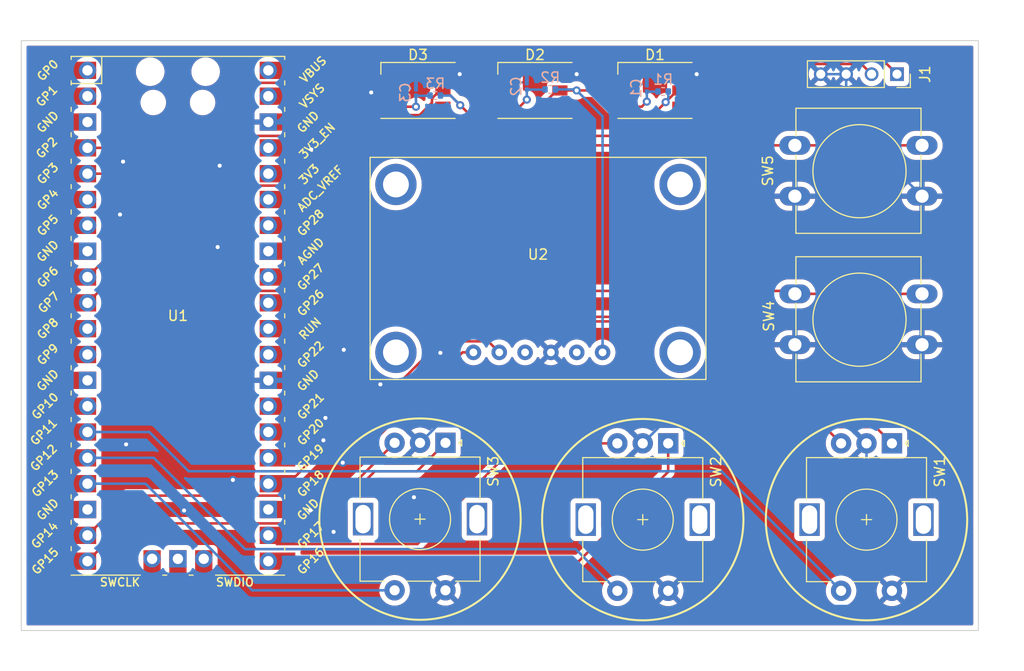
<source format=kicad_pcb>
(kicad_pcb (version 20211014) (generator pcbnew)
  (layers (0 "F.Cu" signal) (31 "B.Cu" signal) (34 "B.Paste" user) (35 "F.Paste" user) (36 "B.SilkS" user "B.Silkscreen") (37 "F.SilkS" user "F.Silkscreen") (38 "B.Mask" user) (39 "F.Mask" user) (44 "Edge.Cuts" user))
  (net 0 "")
  (net 1 "GND")
  (net 2 "Net-(C1-Pad2)")
  (net 3 "Net-(C2-Pad2)")
  (net 4 "+5V")
  (net 6 "Net-(D1-Pad2)")
  (net 8 "Net-(D2-Pad2)")
  (net 10 "Net-(D3-Pad2)")
  (net 23 "Net-(C3-Pad2)")
  (net 34 "Net-(SW2-PadA)")
  (net 36 "Net-(SW2-PadB)")
  (net 38 "Net-(SW3-PadA)")
  (net 39 "Net-(SW3-PadB)")
  (net 41 "Net-(SW1-PadA)")
  (net 42 "Net-(SW1-PadB)")
  (net 45 "Net-(J1-Pad2)")
  (net 46 "Net-(SW4-Pad1)")
  (net 47 "Net-(SW5-Pad1)")
  (net 48 "Net-(U1-Pad24)")
  (net 49 "Net-(U1-Pad25)")
  (net 51 "Net-(SW1-PadS1)")
  (net 52 "Net-(SW2-PadS1)")
  (net 53 "Net-(SW3-PadS1)")
  (footprint "Rotary_Encoder:RotaryEncoder_Alps_EC11E-Switch_Vertical_H20mm" (layer "F.Cu") (at 119 103.55 -90)
    (fp_text reference "SW3" (at 2.8 -4.7 -90) (layer "F.SilkS"))
    (fp_text value "Red")
    (pad "A" thru_hole rect (at 0 0 270) (size 2 2) (drill 1) (layers *.Cu *.Mask) (net 38 "Net-(SW3-PadA)"))
    (pad "B" thru_hole circle (at 0 5 270) (size 2 2) (drill 1) (layers *.Cu *.Mask) (net 39 "Net-(SW3-PadB)"))
    (pad "C" thru_hole circle (at 0 2.5 270) (size 2 2) (drill 1) (layers *.Cu *.Mask) (net 1 "GND"))
    (pad "MP" thru_hole rect (at 7.5 -3.1 270) (size 3.2 2) (drill oval 2.8 1.5) (layers *.Cu *.Mask))
    (pad "MP" thru_hole rect (at 7.5 8.1 270) (size 3.2 2) (drill oval 2.8 1.5) (layers *.Cu *.Mask))
    (pad "S1" thru_hole circle (at 14.5 5 270) (size 2 2) (drill 1) (layers *.Cu *.Mask) (net 53 "Net-(SW3-PadS1)"))
    (pad "S2" thru_hole circle (at 14.5 0 270) (size 2 2) (drill 1) (layers *.Cu *.Mask) (net 1 "GND"))
  )
  (footprint "Rotary_Encoder:RotaryEncoder_Alps_EC11E-Switch_Vertical_H20mm" (layer "F.Cu") (at 162.9 103.6 -90)
    (fp_text reference "SW1" (at 2.8 -4.7 -90) (layer "F.SilkS"))
    (fp_text value "Blue")
    (pad "A" thru_hole rect (at 0 0 270) (size 2 2) (drill 1) (layers *.Cu *.Mask) (net 41 "Net-(SW1-PadA)"))
    (pad "B" thru_hole circle (at 0 5 270) (size 2 2) (drill 1) (layers *.Cu *.Mask) (net 42 "Net-(SW1-PadB)"))
    (pad "C" thru_hole circle (at 0 2.5 270) (size 2 2) (drill 1) (layers *.Cu *.Mask) (net 1 "GND"))
    (pad "MP" thru_hole rect (at 7.5 -3.1 270) (size 3.2 2) (drill oval 2.8 1.5) (layers *.Cu *.Mask))
    (pad "MP" thru_hole rect (at 7.5 8.1 270) (size 3.2 2) (drill oval 2.8 1.5) (layers *.Cu *.Mask))
    (pad "S1" thru_hole circle (at 14.5 5 270) (size 2 2) (drill 1) (layers *.Cu *.Mask) (net 51 "Net-(SW1-PadS1)"))
    (pad "S2" thru_hole circle (at 14.5 0 270) (size 2 2) (drill 1) (layers *.Cu *.Mask) (net 1 "GND"))
  )
  (footprint "AdaFruit:AdaFruit_4440" (layer "F.Cu") (at 128.1 94.655)
    (fp_text reference "U2" (at 0 -9.628 unlocked) (layer "F.SilkS"))
    (fp_text value "AdaFruit_4440")
    (pad "1" thru_hole circle (at -6.35 0) (size 1.524 1.524) (drill 0.762) (layers *.Cu *.Mask) (net 48 "Net-(U1-Pad24)"))
    (pad "2" thru_hole circle (at -3.81 0) (size 1.524 1.524) (drill 0.762) (layers *.Cu *.Mask) (net 49 "Net-(U1-Pad25)"))
    (pad "3" thru_hole circle (at -1.27 0) (size 1.524 1.524) (drill 0.762) (layers *.Cu *.Mask))
    (pad "4" thru_hole circle (at 1.27 0) (size 1.524 1.524) (drill 0.762) (layers *.Cu *.Mask) (net 1 "GND"))
    (pad "5" thru_hole circle (at 3.81 0) (size 1.524 1.524) (drill 0.762) (layers *.Cu *.Mask))
    (pad "6" thru_hole circle (at 6.35 0) (size 1.524 1.524) (drill 0.762) (layers *.Cu *.Mask) (net 4 "+5V"))
    (pad "MT" thru_hole circle (at -13.97 -16.51) (size 4.064 4.064) (drill 2.54) (layers *.Cu *.Mask))
    (pad "MT" thru_hole circle (at 13.97 -16.51) (size 4.064 4.064) (drill 2.54) (layers *.Cu *.Mask))
    (pad "MT" thru_hole circle (at -13.97 0) (size 4.064 4.064) (drill 2.54) (layers *.Cu *.Mask))
    (pad "MT" thru_hole circle (at 13.97 0) (size 4.064 4.064) (drill 2.54) (layers *.Cu *.Mask))
  )
  (footprint "Connector_PinSocket_2.50mm:PinSocket_1x04_P2.50mm_Vertical" (layer "F.Cu") (at 163.4 67.3 -90)
    (fp_text reference "J1" (at 0 -2.75 90) (layer "F.SilkS"))
    (fp_text value "Conn_01x04")
    (pad "1" thru_hole rect locked (at 0 0 270) (size 1.35 1.35) (drill 0.9) (layers *.Cu *.Mask) (net 4 "+5V"))
    (pad "2" thru_hole circle locked (at 0 2.5 270) (size 1.35 1.35) (drill 0.9) (layers *.Cu *.Mask) (net 45 "Net-(J1-Pad2)"))
    (pad "3" thru_hole circle locked (at 0 5 270) (size 1.35 1.35) (drill 0.9) (layers *.Cu *.Mask) (net 1 "GND"))
    (pad "4" thru_hole circle locked (at 0 7.5 270) (size 1.35 1.35) (drill 0.9) (layers *.Cu *.Mask) (net 1 "GND"))
  )
  (footprint "Rotary_Encoder:RotaryEncoder_Alps_EC11E-Switch_Vertical_H20mm" (layer "F.Cu") (at 140.9 103.6 -90)
    (fp_text reference "SW2" (at 2.8 -4.7 -90) (layer "F.SilkS"))
    (fp_text value "Green")
    (pad "A" thru_hole rect (at 0 0 270) (size 2 2) (drill 1) (layers *.Cu *.Mask) (net 34 "Net-(SW2-PadA)"))
    (pad "B" thru_hole circle (at 0 5 270) (size 2 2) (drill 1) (layers *.Cu *.Mask) (net 36 "Net-(SW2-PadB)"))
    (pad "C" thru_hole circle (at 0 2.5 270) (size 2 2) (drill 1) (layers *.Cu *.Mask) (net 1 "GND"))
    (pad "MP" thru_hole rect (at 7.5 -3.1 270) (size 3.2 2) (drill oval 2.8 1.5) (layers *.Cu *.Mask))
    (pad "MP" thru_hole rect (at 7.5 8.1 270) (size 3.2 2) (drill oval 2.8 1.5) (layers *.Cu *.Mask))
    (pad "S1" thru_hole circle (at 14.5 5 270) (size 2 2) (drill 1) (layers *.Cu *.Mask) (net 52 "Net-(SW2-PadS1)"))
    (pad "S2" thru_hole circle (at 14.5 0 270) (size 2 2) (drill 1) (layers *.Cu *.Mask) (net 1 "GND"))
  )
  (footprint "LED_SMD:LED_WS2812_PLCC6_5.0x5.0mm_P1.6mm" (layer "F.Cu") (at 116.3 68.9)
    (fp_text reference "D3" (at 0 -3.5) (layer "F.SilkS"))
    (fp_text value "WS2812")
    (pad "1" smd rect (at -2.45 -1.6) (size 1.5 1) (layers "F.Cu" "F.Paste" "F.Mask") (net 8 "Net-(D2-Pad2)"))
    (pad "2" smd rect (at -2.45 0) (size 1.5 1) (layers "F.Cu" "F.Paste" "F.Mask") (net 10 "Net-(D3-Pad2)"))
    (pad "3" smd rect (at -2.45 1.6) (size 1.5 1) (layers "F.Cu" "F.Paste" "F.Mask") (net 23 "Net-(C3-Pad2)"))
    (pad "4" smd rect (at 2.45 1.6) (size 1.5 1) (layers "F.Cu" "F.Paste" "F.Mask"))
    (pad "5" smd rect (at 2.45 0) (size 1.5 1) (layers "F.Cu" "F.Paste" "F.Mask") (net 4 "+5V"))
    (pad "6" smd rect (at 2.45 -1.6) (size 1.5 1) (layers "F.Cu" "F.Paste" "F.Mask") (net 1 "GND"))
  )
  (footprint "Button_Switch_THT:SW_PUSH-12mm" (layer "F.Cu") (at 153.36 88.9)
    (fp_text reference "SW4" (at -2.56 2.2 90) (layer "F.SilkS"))
    (fp_text value "Button")
    (pad "1" thru_hole oval (at 12.5 0) (size 3.048 1.85) (drill 1.3) (layers *.Cu *.Mask) (net 46 "Net-(SW4-Pad1)"))
    (pad "1" thru_hole oval (at 0 0) (size 3.048 1.85) (drill 1.3) (layers *.Cu *.Mask) (net 46 "Net-(SW4-Pad1)"))
    (pad "2" thru_hole oval (at 0 5) (size 3.048 1.85) (drill 1.3) (layers *.Cu *.Mask) (net 1 "GND"))
    (pad "2" thru_hole oval (at 12.5 5) (size 3.048 1.85) (drill 1.3) (layers *.Cu *.Mask) (net 1 "GND"))
  )
  (footprint "MCU_RaspberryPi_and_Boards:RPi_Pico_SMD_TH" (layer "F.Cu") (at 92.695 91.055)
    (fp_text reference "U1" (at 0 0) (layer "F.SilkS"))
    (fp_text value "Pico")
    (fp_text user "GP0" (at -12.8 -24.13 45) (layer "F.SilkS") (effects (font (size 0.8 0.8))))
    (fp_text user "AGND" (at 13.054 -6.35 45) (layer "F.SilkS") (effects (font (size 0.8 0.8))))
    (fp_text user "3V3_EN" (at 13.7 -17.2 45) (layer "F.SilkS") (effects (font (size 0.8 0.8))))
    (fp_text user "GND" (at -12.8 19.05 45) (layer "F.SilkS") (effects (font (size 0.8 0.8))))
    (fp_text user "GP28" (at 13.054 -9.144 45) (layer "F.SilkS") (effects (font (size 0.8 0.8))))
    (fp_text user "VSYS" (at 13.2 -21.59 45) (layer "F.SilkS") (effects (font (size 0.8 0.8))))
    (fp_text user "GP15" (at -13.054 24.13 45) (layer "F.SilkS") (effects (font (size 0.8 0.8))))
    (fp_text user "SWCLK" (at -5.7 26.2) (layer "F.SilkS") (effects (font (size 0.8 0.8))))
    (fp_text user "SWDIO" (at 5.6 26.2) (layer "F.SilkS") (effects (font (size 0.8 0.8))))
    (fp_text user "GP4" (at -12.8 -11.43 45) (layer "F.SilkS") (effects (font (size 0.8 0.8))))
    (fp_text user "GND" (at -12.8 6.35 45) (layer "F.SilkS") (effects (font (size 0.8 0.8))))
    (fp_text user "GP14" (at -13.1 21.59 45) (layer "F.SilkS") (effects (font (size 0.8 0.8))))
    (fp_text user "GND" (at -12.8 -6.35 45) (layer "F.SilkS") (effects (font (size 0.8 0.8))))
    (fp_text user "GP11" (at -13.2 11.43 45) (layer "F.SilkS") (effects (font (size 0.8 0.8))))
    (fp_text user "GP22" (at 13.054 3.81 45) (layer "F.SilkS") (effects (font (size 0.8 0.8))))
    (fp_text user "3V3" (at 12.9 -13.9 45) (layer "F.SilkS") (effects (font (size 0.8 0.8))))
    (fp_text user "GP5" (at -12.8 -8.89 45) (layer "F.SilkS") (effects (font (size 0.8 0.8))))
    (fp_text user "GND" (at -12.8 -19.05 45) (layer "F.SilkS") (effects (font (size 0.8 0.8))))
    (fp_text user "GP13" (at -13.054 16.51 45) (layer "F.SilkS") (effects (font (size 0.8 0.8))))
    (fp_text user "GP19" (at 13.054 13.97 45) (layer "F.SilkS") (effects (font (size 0.8 0.8))))
    (fp_text user "GP16" (at 13.054 24.13 45) (layer "F.SilkS") (effects (font (size 0.8 0.8))))
    (fp_text user "RUN" (at 13 1.27 45) (layer "F.SilkS") (effects (font (size 0.8 0.8))))
    (fp_text user "GND" (at 12.8 19.05 45) (layer "F.SilkS") (effects (font (size 0.8 0.8))))
    (fp_text user "ADC_VREF" (at 14 -12.5 45) (layer "F.SilkS") (effects (font (size 0.8 0.8))))
    (fp_text user "GP12" (at -13.2 13.97 45) (layer "F.SilkS") (effects (font (size 0.8 0.8))))
    (fp_text user "GP2" (at -12.9 -16.51 45) (layer "F.SilkS") (effects (font (size 0.8 0.8))))
    (fp_text user "GP17" (at 13.054 21.59 45) (layer "F.SilkS") (effects (font (size 0.8 0.8))))
    (fp_text user "GP9" (at -12.8 3.81 45) (layer "F.SilkS") (effects (font (size 0.8 0.8))))
    (fp_text user "GP18" (at 13.054 16.51 45) (layer "F.SilkS") (effects (font (size 0.8 0.8))))
    (fp_text user "VBUS" (at 13.3 -24.2 45) (layer "F.SilkS") (effects (font (size 0.8 0.8))))
    (fp_text user "GP21" (at 13.054 8.9 45) (layer "F.SilkS") (effects (font (size 0.8 0.8))))
    (fp_text user "GND" (at 12.8 6.35 45) (layer "F.SilkS") (effects (font (size 0.8 0.8))))
    (fp_text user "GP27" (at 13.054 -3.8 45) (layer "F.SilkS") (effects (font (size 0.8 0.8))))
    (fp_text user "GP1" (at -12.9 -21.6 45) (layer "F.SilkS") (effects (font (size 0.8 0.8))))
    (fp_text user "GP10" (at -13.054 8.89 45) (layer "F.SilkS") (effects (font (size 0.8 0.8))))
    (fp_text user "GP8" (at -12.8 1.27 45) (layer "F.SilkS") (effects (font (size 0.8 0.8))))
    (fp_text user "GP26" (at 13.054 -1.27 45) (layer "F.SilkS") (effects (font (size 0.8 0.8))))
    (fp_text user "GP6" (at -12.8 -3.81 45) (layer "F.SilkS") (effects (font (size 0.8 0.8))))
    (fp_text user "GP7" (at -12.7 -1.3 45) (layer "F.SilkS") (effects (font (size 0.8 0.8))))
    (fp_text user "GND" (at 12.8 -19.05 45) (layer "F.SilkS") (effects (font (size 0.8 0.8))))
    (fp_text user "GP20" (at 13.054 11.43 45) (layer "F.SilkS") (effects (font (size 0.8 0.8))))
    (fp_text user "GP3" (at -12.8 -13.97 45) (layer "F.SilkS") (effects (font (size 0.8 0.8))))
    (pad "" np_thru_hole oval (at -2.425 -20.97) (size 1.5 1.5) (drill 1.5) (layers *.Cu *.Mask))
    (pad "" np_thru_hole oval (at 2.725 -24) (size 1.8 1.8) (drill 1.8) (layers *.Cu *.Mask))
    (pad "" np_thru_hole oval (at -2.725 -24) (size 1.8 1.8) (drill 1.8) (layers *.Cu *.Mask))
    (pad "" np_thru_hole oval (at 2.425 -20.97) (size 1.5 1.5) (drill 1.5) (layers *.Cu *.Mask))
    (pad "1" smd rect (at -8.89 -24.13) (size 3.5 1.7) (drill (offset -0.9 0)) (layers "F.Cu" "F.Mask"))
    (pad "1" thru_hole oval (at -8.89 -24.13) (size 1.7 1.7) (drill 1.02) (layers *.Cu *.Mask))
    (pad "2" thru_hole oval (at -8.89 -21.59) (size 1.7 1.7) (drill 1.02) (layers *.Cu *.Mask))
    (pad "2" smd rect (at -8.89 -21.59) (size 3.5 1.7) (drill (offset -0.9 0)) (layers "F.Cu" "F.Mask"))
    (pad "3" smd rect (at -8.89 -19.05) (size 3.5 1.7) (drill (offset -0.9 0)) (layers "F.Cu" "F.Mask"))
    (pad "3" thru_hole rect (at -8.89 -19.05) (size 1.7 1.7) (drill 1.02) (layers *.Cu *.Mask))
    (pad "4" smd rect (at -8.89 -16.51) (size 3.5 1.7) (drill (offset -0.9 0)) (layers "F.Cu" "F.Mask") (net 10 "Net-(D3-Pad2)"))
    (pad "4" thru_hole oval (at -8.89 -16.51) (size 1.7 1.7) (drill 1.02) (layers *.Cu *.Mask) (net 10 "Net-(D3-Pad2)"))
    (pad "5" thru_hole oval (at -8.89 -13.97) (size 1.7 1.7) (drill 1.02) (layers *.Cu *.Mask) (net 45 "Net-(J1-Pad2)"))
    (pad "5" smd rect (at -8.89 -13.97) (size 3.5 1.7) (drill (offset -0.9 0)) (layers "F.Cu" "F.Mask") (net 45 "Net-(J1-Pad2)"))
    (pad "6" thru_hole oval (at -8.89 -11.43) (size 1.7 1.7) (drill 1.02) (layers *.Cu *.Mask))
    (pad "6" smd rect (at -8.89 -11.43) (size 3.5 1.7) (drill (offset -0.9 0)) (layers "F.Cu" "F.Mask"))
    (pad "7" smd rect (at -8.89 -8.89) (size 3.5 1.7) (drill (offset -0.9 0)) (layers "F.Cu" "F.Mask"))
    (pad "7" thru_hole oval (at -8.89 -8.89) (size 1.7 1.7) (drill 1.02) (layers *.Cu *.Mask))
    (pad "8" thru_hole rect (at -8.89 -6.35) (size 1.7 1.7) (drill 1.02) (layers *.Cu *.Mask))
    (pad "8" smd rect (at -8.89 -6.35) (size 3.5 1.7) (drill (offset -0.9 0)) (layers "F.Cu" "F.Mask"))
    (pad "9" thru_hole oval (at -8.89 -3.81) (size 1.7 1.7) (drill 1.02) (layers *.Cu *.Mask) (net 47 "Net-(SW5-Pad1)"))
    (pad "9" smd rect (at -8.89 -3.81) (size 3.5 1.7) (drill (offset -0.9 0)) (layers "F.Cu" "F.Mask") (net 47 "Net-(SW5-Pad1)"))
    (pad "10" smd rect (at -8.89 -1.27) (size 3.5 1.7) (drill (offset -0.9 0)) (layers "F.Cu" "F.Mask") (net 46 "Net-(SW4-Pad1)"))
    (pad "10" thru_hole oval (at -8.89 -1.27) (size 1.7 1.7) (drill 1.02) (layers *.Cu *.Mask) (net 46 "Net-(SW4-Pad1)"))
    (pad "11" smd rect (at -8.89 1.27) (size 3.5 1.7) (drill (offset -0.9 0)) (layers "F.Cu" "F.Mask"))
    (pad "11" thru_hole oval (at -8.89 1.27) (size 1.7 1.7) (drill 1.02) (layers *.Cu *.Mask))
    (pad "12" thru_hole oval (at -8.89 3.81) (size 1.7 1.7) (drill 1.02) (layers *.Cu *.Mask))
    (pad "12" smd rect (at -8.89 3.81) (size 3.5 1.7) (drill (offset -0.9 0)) (layers "F.Cu" "F.Mask"))
    (pad "13" thru_hole rect (at -8.89 6.35) (size 1.7 1.7) (drill 1.02) (layers *.Cu *.Mask))
    (pad "13" smd rect (at -8.89 6.35) (size 3.5 1.7) (drill (offset -0.9 0)) (layers "F.Cu" "F.Mask"))
    (pad "14" smd rect (at -8.89 8.89) (size 3.5 1.7) (drill (offset -0.9 0)) (layers "F.Cu" "F.Mask"))
    (pad "14" thru_hole oval (at -8.89 8.89) (size 1.7 1.7) (drill 1.02) (layers *.Cu *.Mask))
    (pad "15" thru_hole oval (at -8.89 11.43) (size 1.7 1.7) (drill 1.02) (layers *.Cu *.Mask) (net 51 "Net-(SW1-PadS1)"))
    (pad "15" smd rect (at -8.89 11.43) (size 3.5 1.7) (drill (offset -0.9 0)) (layers "F.Cu" "F.Mask") (net 51 "Net-(SW1-PadS1)"))
    (pad "16" thru_hole oval (at -8.89 13.97) (size 1.7 1.7) (drill 1.02) (layers *.Cu *.Mask) (net 52 "Net-(SW2-PadS1)"))
    (pad "16" smd rect (at -8.89 13.97) (size 3.5 1.7) (drill (offset -0.9 0)) (layers "F.Cu" "F.Mask") (net 52 "Net-(SW2-PadS1)"))
    (pad "17" smd rect (at -8.89 16.51) (size 3.5 1.7) (drill (offset -0.9 0)) (layers "F.Cu" "F.Mask") (net 53 "Net-(SW3-PadS1)"))
    (pad "17" thru_hole oval (at -8.89 16.51) (size 1.7 1.7) (drill 1.02) (layers *.Cu *.Mask) (net 53 "Net-(SW3-PadS1)"))
    (pad "18" smd rect (at -8.89 19.05) (size 3.5 1.7) (drill (offset -0.9 0)) (layers "F.Cu" "F.Mask"))
    (pad "18" thru_hole rect (at -8.89 19.05) (size 1.7 1.7) (drill 1.02) (layers *.Cu *.Mask))
    (pad "19" thru_hole oval (at -8.89 21.59) (size 1.7 1.7) (drill 1.02) (layers *.Cu *.Mask) (net 39 "Net-(SW3-PadB)"))
    (pad "19" smd rect (at -8.89 21.59) (size 3.5 1.7) (drill (offset -0.9 0)) (layers "F.Cu" "F.Mask") (net 39 "Net-(SW3-PadB)"))
    (pad "20" thru_hole oval (at -8.89 24.13) (size 1.7 1.7) (drill 1.02) (layers *.Cu *.Mask) (net 38 "Net-(SW3-PadA)"))
    (pad "20" smd rect (at -8.89 24.13) (size 3.5 1.7) (drill (offset -0.9 0)) (layers "F.Cu" "F.Mask") (net 38 "Net-(SW3-PadA)"))
    (pad "21" smd rect (at 8.89 24.13) (size 3.5 1.7) (drill (offset 0.9 0)) (layers "F.Cu" "F.Mask") (net 34 "Net-(SW2-PadA)"))
    (pad "21" thru_hole oval (at 8.89 24.13) (size 1.7 1.7) (drill 1.02) (layers *.Cu *.Mask) (net 34 "Net-(SW2-PadA)"))
    (pad "22" smd rect (at 8.89 21.59) (size 3.5 1.7) (drill (offset 0.9 0)) (layers "F.Cu" "F.Mask") (net 36 "Net-(SW2-PadB)"))
    (pad "22" thru_hole oval (at 8.89 21.59) (size 1.7 1.7) (drill 1.02) (layers *.Cu *.Mask) (net 36 "Net-(SW2-PadB)"))
    (pad "23" thru_hole rect (at 8.89 19.05) (size 1.7 1.7) (drill 1.02) (layers *.Cu *.Mask))
    (pad "23" smd rect (at 8.89 19.05) (size 3.5 1.7) (drill (offset 0.9 0)) (layers "F.Cu" "F.Mask"))
    (pad "24" smd rect (at 8.89 16.51) (size 3.5 1.7) (drill (offset 0.9 0)) (layers "F.Cu" "F.Mask") (net 48 "Net-(U1-Pad24)"))
    (pad "24" thru_hole oval (at 8.89 16.51) (size 1.7 1.7) (drill 1.02) (layers *.Cu *.Mask) (net 48 "Net-(U1-Pad24)"))
    (pad "25" smd rect (at 8.89 13.97) (size 3.5 1.7) (drill (offset 0.9 0)) (layers "F.Cu" "F.Mask") (net 49 "Net-(U1-Pad25)"))
    (pad "25" thru_hole oval (at 8.89 13.97) (size 1.7 1.7) (drill 1.02) (layers *.Cu *.Mask) (net 49 "Net-(U1-Pad25)"))
    (pad "26" thru_hole oval (at 8.89 11.43) (size 1.7 1.7) (drill 1.02) (layers *.Cu *.Mask) (net 42 "Net-(SW1-PadB)"))
    (pad "26" smd rect (at 8.89 11.43) (size 3.5 1.7) (drill (offset 0.9 0)) (layers "F.Cu" "F.Mask") (net 42 "Net-(SW1-PadB)"))
    (pad "27" thru_hole oval (at 8.89 8.89) (size 1.7 1.7) (drill 1.02) (layers *.Cu *.Mask) (net 41 "Net-(SW1-PadA)"))
    (pad "27" smd rect (at 8.89 8.89) (size 3.5 1.7) (drill (offset 0.9 0)) (layers "F.Cu" "F.Mask") (net 41 "Net-(SW1-PadA)"))
    (pad "28" smd rect (at 8.89 6.35) (size 3.5 1.7) (drill (offset 0.9 0)) (layers "F.Cu" "F.Mask") (net 1 "GND"))
    (pad "28" thru_hole rect (at 8.89 6.35) (size 1.7 1.7) (drill 1.02) (layers *.Cu *.Mask) (net 1 "GND"))
    (pad "29" smd rect (at 8.89 3.81) (size 3.5 1.7) (drill (offset 0.9 0)) (layers "F.Cu" "F.Mask"))
    (pad "29" thru_hole oval (at 8.89 3.81) (size 1.7 1.7) (drill 1.02) (layers *.Cu *.Mask))
    (pad "30" smd rect (at 8.89 1.27) (size 3.5 1.7) (drill (offset 0.9 0)) (layers "F.Cu" "F.Mask"))
    (pad "30" thru_hole oval (at 8.89 1.27) (size 1.7 1.7) (drill 1.02) (layers *.Cu *.Mask))
    (pad "31" thru_hole oval (at 8.89 -1.27) (size 1.7 1.7) (drill 1.02) (layers *.Cu *.Mask))
    (pad "31" smd rect (at 8.89 -1.27) (size 3.5 1.7) (drill (offset 0.9 0)) (layers "F.Cu" "F.Mask"))
    (pad "32" smd rect (at 8.89 -3.81) (size 3.5 1.7) (drill (offset 0.9 0)) (layers "F.Cu" "F.Mask"))
    (pad "32" thru_hole oval (at 8.89 -3.81) (size 1.7 1.7) (drill 1.02) (layers *.Cu *.Mask))
    (pad "33" thru_hole rect (at 8.89 -6.35) (size 1.7 1.7) (drill 1.02) (layers *.Cu *.Mask))
    (pad "33" smd rect (at 8.89 -6.35) (size 3.5 1.7) (drill (offset 0.9 0)) (layers "F.Cu" "F.Mask"))
    (pad "34" thru_hole oval (at 8.89 -8.89) (size 1.7 1.7) (drill 1.02) (layers *.Cu *.Mask))
    (pad "34" smd rect (at 8.89 -8.89) (size 3.5 1.7) (drill (offset 0.9 0)) (layers "F.Cu" "F.Mask"))
    (pad "35" thru_hole oval (at 8.89 -11.43) (size 1.7 1.7) (drill 1.02) (layers *.Cu *.Mask))
    (pad "35" smd rect (at 8.89 -11.43) (size 3.5 1.7) (drill (offset 0.9 0)) (layers "F.Cu" "F.Mask"))
    (pad "36" smd rect (at 8.89 -13.97) (size 3.5 1.7) (drill (offset 0.9 0)) (layers "F.Cu" "F.Mask"))
    (pad "36" thru_hole oval (at 8.89 -13.97) (size 1.7 1.7) (drill 1.02) (layers *.Cu *.Mask))
    (pad "37" thru_hole oval (at 8.89 -16.51) (size 1.7 1.7) (drill 1.02) (layers *.Cu *.Mask))
    (pad "37" smd rect (at 8.89 -16.51) (size 3.5 1.7) (drill (offset 0.9 0)) (layers "F.Cu" "F.Mask"))
    (pad "38" smd rect (at 8.89 -19.05) (size 3.5 1.7) (drill (offset 0.9 0)) (layers "F.Cu" "F.Mask") (net 1 "GND"))
    (pad "38" thru_hole rect (at 8.89 -19.05) (size 1.7 1.7) (drill 1.02) (layers *.Cu *.Mask) (net 1 "GND"))
    (pad "39" thru_hole oval (at 8.89 -21.59) (size 1.7 1.7) (drill 1.02) (layers *.Cu *.Mask) (net 4 "+5V"))
    (pad "39" smd rect (at 8.89 -21.59) (size 3.5 1.7) (drill (offset 0.9 0)) (layers "F.Cu" "F.Mask") (net 4 "+5V"))
    (pad "40" thru_hole oval (at 8.89 -24.13) (size 1.7 1.7) (drill 1.02) (layers *.Cu *.Mask))
    (pad "40" smd rect (at 8.89 -24.13) (size 3.5 1.7) (drill (offset 0.9 0)) (layers "F.Cu" "F.Mask"))
    (pad "41" thru_hole oval (at -2.54 23.9) (size 1.7 1.7) (drill 1.02) (layers *.Cu *.Mask))
    (pad "41" smd rect (at -2.54 23.9 90) (size 3.5 1.7) (drill (offset -0.9 0)) (layers "F.Cu" "F.Mask"))
    (pad "42" thru_hole rect (at 0 23.9) (size 1.7 1.7) (drill 1.02) (layers *.Cu *.Mask))
    (pad "42" smd rect (at 0 23.9 90) (size 3.5 1.7) (drill (offset -0.9 0)) (layers "F.Cu" "F.Mask"))
    (pad "43" smd rect (at 2.54 23.9 90) (size 3.5 1.7) (drill (offset -0.9 0)) (layers "F.Cu" "F.Mask"))
    (pad "43" thru_hole oval (at 2.54 23.9) (size 1.7 1.7) (drill 1.02) (layers *.Cu *.Mask))
  )
  (footprint "LED_SMD:LED_WS2812_PLCC6_5.0x5.0mm_P1.6mm" (layer "F.Cu") (at 139.6 68.9)
    (fp_text reference "D1" (at 0 -3.5) (layer "F.SilkS"))
    (fp_text value "WS2812")
    (pad "1" smd rect (at -2.45 -1.6) (size 1.5 1) (layers "F.Cu" "F.Paste" "F.Mask"))
    (pad "2" smd rect (at -2.45 0) (size 1.5 1) (layers "F.Cu" "F.Paste" "F.Mask") (net 6 "Net-(D1-Pad2)"))
    (pad "3" smd rect (at -2.45 1.6) (size 1.5 1) (layers "F.Cu" "F.Paste" "F.Mask") (net 2 "Net-(C1-Pad2)"))
    (pad "4" smd rect (at 2.45 1.6) (size 1.5 1) (layers "F.Cu" "F.Paste" "F.Mask"))
    (pad "5" smd rect (at 2.45 0) (size 1.5 1) (layers "F.Cu" "F.Paste" "F.Mask") (net 4 "+5V"))
    (pad "6" smd rect (at 2.45 -1.6) (size 1.5 1) (layers "F.Cu" "F.Paste" "F.Mask") (net 1 "GND"))
  )
  (footprint "Button_Switch_THT:SW_PUSH-12mm" (layer "F.Cu") (at 153.36 74.3)
    (fp_text reference "SW5" (at -2.66 2.5 90) (layer "F.SilkS"))
    (fp_text value "Button")
    (pad "1" thru_hole oval (at 12.5 0) (size 3.048 1.85) (drill 1.3) (layers *.Cu *.Mask) (net 47 "Net-(SW5-Pad1)"))
    (pad "1" thru_hole oval (at 0 0) (size 3.048 1.85) (drill 1.3) (layers *.Cu *.Mask) (net 47 "Net-(SW5-Pad1)"))
    (pad "2" thru_hole oval (at 0 5) (size 3.048 1.85) (drill 1.3) (layers *.Cu *.Mask) (net 1 "GND"))
    (pad "2" thru_hole oval (at 12.5 5) (size 3.048 1.85) (drill 1.3) (layers *.Cu *.Mask) (net 1 "GND"))
  )
  (footprint "LED_SMD:LED_WS2812_PLCC6_5.0x5.0mm_P1.6mm" (layer "F.Cu") (at 127.8 68.9)
    (fp_text reference "D2" (at 0 -3.5) (layer "F.SilkS"))
    (fp_text value "WS2812")
    (pad "1" smd rect (at -2.45 -1.6) (size 1.5 1) (layers "F.Cu" "F.Paste" "F.Mask") (net 6 "Net-(D1-Pad2)"))
    (pad "2" smd rect (at -2.45 0) (size 1.5 1) (layers "F.Cu" "F.Paste" "F.Mask") (net 8 "Net-(D2-Pad2)"))
    (pad "3" smd rect (at -2.45 1.6) (size 1.5 1) (layers "F.Cu" "F.Paste" "F.Mask") (net 3 "Net-(C2-Pad2)"))
    (pad "4" smd rect (at 2.45 1.6) (size 1.5 1) (layers "F.Cu" "F.Paste" "F.Mask"))
    (pad "5" smd rect (at 2.45 0) (size 1.5 1) (layers "F.Cu" "F.Paste" "F.Mask") (net 4 "+5V"))
    (pad "6" smd rect (at 2.45 -1.6) (size 1.5 1) (layers "F.Cu" "F.Paste" "F.Mask") (net 1 "GND"))
  )
  (footprint "Capacitor_SMD:C_0201_0603Metric" (layer "B.Cu") (at 116.1 69.1 -90)
    (fp_text reference "C3" (at 0 1.05 90) (layer "B.SilkS") (effects (justify mirror)))
    (fp_text value "0.1 µF")
    (pad "1" smd roundrect (at -0.32 0 270) (size 0.46 0.4) (layers "B.Cu" "B.Mask") (net 1 "GND"))
    (pad "2" smd roundrect (at 0.32 0 270) (size 0.46 0.4) (layers "B.Cu" "B.Mask") (net 23 "Net-(C3-Pad2)"))
  )
  (footprint "Capacitor_SMD:C_0201_0603Metric" (layer "B.Cu") (at 138.8 68.7 -90)
    (fp_text reference "C1" (at 0 1.05 90) (layer "B.SilkS") (effects (justify mirror)))
    (fp_text value "0.1 µF")
    (pad "1" smd roundrect (at -0.32 0 270) (size 0.46 0.4) (layers "B.Cu" "B.Mask") (net 1 "GND"))
    (pad "2" smd roundrect (at 0.32 0 270) (size 0.46 0.4) (layers "B.Cu" "B.Mask") (net 2 "Net-(C1-Pad2)"))
  )
  (footprint "Resistor_SMD:R_0402_1005Metric" (layer "B.Cu") (at 140.4 69 180)
    (fp_text reference "R1" (at 0 1.17) (layer "B.SilkS") (effects (justify mirror)))
    (fp_text value "150 Ω")
    (pad "1" smd roundrect (at -0.51 0 180) (size 0.54 0.64) (layers "B.Cu" "B.Paste" "B.Mask") (net 4 "+5V"))
    (pad "2" smd roundrect (at 0.51 0 180) (size 0.54 0.64) (layers "B.Cu" "B.Paste" "B.Mask") (net 2 "Net-(C1-Pad2)"))
  )
  (footprint "Resistor_SMD:R_0402_1005Metric" (layer "B.Cu") (at 129.3 68.8 180)
    (fp_text reference "R2" (at 0 1.17) (layer "B.SilkS") (effects (justify mirror)))
    (fp_text value "150 Ω")
    (pad "1" smd roundrect (at -0.51 0 180) (size 0.54 0.64) (layers "B.Cu" "B.Paste" "B.Mask") (net 4 "+5V"))
    (pad "2" smd roundrect (at 0.51 0 180) (size 0.54 0.64) (layers "B.Cu" "B.Paste" "B.Mask") (net 3 "Net-(C2-Pad2)"))
  )
  (footprint "Resistor_SMD:R_0402_1005Metric" (layer "B.Cu") (at 118 69.4 180)
    (fp_text reference "R3" (at 0 1.17) (layer "B.SilkS") (effects (justify mirror)))
    (fp_text value "150 Ω")
    (pad "1" smd roundrect (at -0.51 0 180) (size 0.54 0.64) (layers "B.Cu" "B.Paste" "B.Mask") (net 4 "+5V"))
    (pad "2" smd roundrect (at 0.51 0 180) (size 0.54 0.64) (layers "B.Cu" "B.Paste" "B.Mask") (net 23 "Net-(C3-Pad2)"))
  )
  (footprint "Capacitor_SMD:C_0201_0603Metric" (layer "B.Cu") (at 127 68.5 -90)
    (fp_text reference "C2" (at 0 1.05 90) (layer "B.SilkS") (effects (justify mirror)))
    (fp_text value "0.1 µF")
    (pad "1" smd roundrect (at -0.32 0 270) (size 0.46 0.4) (layers "B.Cu" "B.Mask") (net 1 "GND"))
    (pad "2" smd roundrect (at 0.32 0 270) (size 0.46 0.4) (layers "B.Cu" "B.Mask") (net 3 "Net-(C2-Pad2)"))
  )
  (gr_circle (center 116.5 111.05) (end 126.4 111.05) (layer "F.SilkS") (width 0.2) (fill none))
  (gr_circle (center 138.4 111.1) (end 148.3 111.1) (layer "F.SilkS") (width 0.2) (fill none))
  (gr_circle (center 160.4 111.1) (end 170.3 111.1) (layer "F.SilkS") (width 0.2) (fill none))
  (gr_rect (start 77.3 64) (end 171.4 122) (layer "Edge.Cuts") (width 0.1) (fill none))
  (segment (start 130.25 67.3) (end 131.9 67.3) (width 0.25) (layer "F.Cu") (net 1))
  (segment (start 118.75 67.3) (end 120.4 67.3) (width 0.25) (layer "F.Cu") (net 1))
  (segment (start 142.05 67.3) (end 143.7 67.3) (width 0.25) (layer "F.Cu") (net 1))
  (via (at 93.3 110.2) (size 0.8) (drill 0.4) (layers "F.Cu" "B.Cu") (net 1))
  (via (at 111.7 69.1) (size 0.8) (drill 0.4) (layers "F.Cu" "B.Cu") (net 1))
  (via (at 96.8 76.3) (size 0.8) (drill 0.4) (layers "F.Cu" "B.Cu") (net 1))
  (via (at 96.6 84.3) (size 0.8) (drill 0.4) (layers "F.Cu" "B.Cu") (net 1))
  (via (at 87 81.1) (size 0.8) (drill 0.4) (layers "F.Cu" "B.Cu") (net 1))
  (via (at 112.6 97.8) (size 0.8) (drill 0.4) (layers "F.Cu" "B.Cu") (net 1))
  (via (at 108 112.3) (size 0.8) (drill 0.4) (layers "F.Cu" "B.Cu") (net 1))
  (via (at 87.3 75.9) (size 0.8) (drill 0.4) (layers "F.Cu" "B.Cu") (net 1))
  (via (at 107.2 101.1) (size 0.8) (drill 0.4) (layers "F.Cu" "B.Cu") (net 1))
  (via (at 109 94.4) (size 0.8) (drill 0.4) (layers "F.Cu" "B.Cu") (net 1))
  (via (at 131.9 67.3) (size 0.8) (drill 0.4) (layers "F.Cu" "B.Cu") (net 1))
  (via (at 87.6 103.7) (size 0.8) (drill 0.4) (layers "F.Cu" "B.Cu") (net 1))
  (via (at 98.1 107.2) (size 0.8) (drill 0.4) (layers "F.Cu" "B.Cu") (net 1))
  (via (at 108.9 105.5) (size 0.8) (drill 0.4) (layers "F.Cu" "B.Cu") (net 1))
  (via (at 120.4 67.3) (size 0.8) (drill 0.4) (layers "F.Cu" "B.Cu") (net 1))
  (via (at 115.9 108.9) (size 0.8) (drill 0.4) (layers "F.Cu" "B.Cu") (net 1))
  (via (at 105.8 74.7) (size 0.8) (drill 0.4) (layers "F.Cu" "B.Cu") (net 1))
  (via (at 107 103.3) (size 0.8) (drill 0.4) (layers "F.Cu" "B.Cu") (net 1))
  (via (at 105.7 110.2) (size 0.8) (drill 0.4) (layers "F.Cu" "B.Cu") (net 1))
  (via (at 118.5 94.7) (size 0.8) (drill 0.4) (layers "F.Cu" "B.Cu") (net 1))
  (via (at 143.7 67.3) (size 0.8) (drill 0.4) (layers "F.Cu" "B.Cu") (net 1))
  (segment (start 153.36 93.9) (end 148.1 93.9) (width 0.25) (layer "B.Cu") (net 1))
  (segment (start 122.111443 101.913557) (end 118.136443 101.913557) (width 0.25) (layer "B.Cu") (net 1))
  (segment (start 142.4 119.6) (end 161.4 119.6) (width 0.25) (layer "B.Cu") (net 1))
  (segment (start 102.495 72.005) (end 107.4 67.1) (width 0.25) (layer "B.Cu") (net 1))
  (segment (start 161.4 119.6) (end 162.9 118.1) (width 0.25) (layer "B.Cu") (net 1))
  (segment (start 120.4 67.3) (end 126.9 67.3) (width 0.25) (layer "B.Cu") (net 1))
  (segment (start 116.1 67.1) (end 120.2 67.1) (width 0.25) (layer "B.Cu") (net 1))
  (segment (start 138.8 68.38) (end 138.8 67.4) (width 0.25) (layer "B.Cu") (net 1))
  (segment (start 153.36 96.56) (end 160.4 103.6) (width 0.25) (layer "B.Cu") (net 1))
  (segment (start 139.6 119.4) (end 140.9 118.1) (width 0.25) (layer "B.Cu") (net 1))
  (segment (start 116.1 68.78) (end 116.1 67.1) (width 0.25) (layer "B.Cu") (net 1))
  (segment (start 153.36 76.96) (end 153.36 79.3) (width 0.25) (layer "B.Cu") (net 1))
  (segment (start 127 67.4) (end 126.9 67.3) (width 0.25) (layer "B.Cu") (net 1))
  (segment (start 148.1 93.9) (end 138.4 103.6) (width 0.25) (layer "B.Cu") (net 1))
  (segment (start 160.4 115.6) (end 162.9 118.1) (width 0.25) (layer "B.Cu") (net 1))
  (segment (start 118.136443 101.913557) (end 116.5 103.55) (width 0.25) (layer "B.Cu") (net 1))
  (segment (start 155.9 67.3) (end 158.4 67.3) (width 0.25) (layer "B.Cu") (net 1))
  (segment (start 158.4 67.3) (end 158.4 71.84) (width 0.25) (layer "B.Cu") (net 1))
  (segment (start 153.36 79.3) (end 165.86 79.3) (width 0.25) (layer "B.Cu") (net 1))
  (segment (start 138.4 103.6) (end 129.455 94.655) (width 0.25) (layer "B.Cu") (net 1))
  (segment (start 131.9 67.3) (end 138.7 67.3) (width 0.25) (layer "B.Cu") (net 1))
  (segment (start 138.7 67.3) (end 143.7 67.3) (width 0.25) (layer "B.Cu") (net 1))
  (segment (start 158.4 71.84) (end 165.86 79.3) (width 0.25) (layer "B.Cu") (net 1))
  (segment (start 126.9 67.3) (end 131.9 67.3) (width 0.25) (layer "B.Cu") (net 1))
  (segment (start 129.455 94.655) (end 129.37 94.655) (width 0.25) (layer "B.Cu") (net 1))
  (segment (start 138.8 67.4) (end 138.7 67.3) (width 0.25) (layer "B.Cu") (net 1))
  (segment (start 153.36 93.9) (end 153.36 96.56) (width 0.25) (layer "B.Cu") (net 1))
  (segment (start 107.4 67.1) (end 116.1 67.1) (width 0.25) (layer "B.Cu") (net 1))
  (segment (start 127 68.18) (end 127 67.4) (width 0.25) (layer "B.Cu") (net 1))
  (segment (start 160.4 103.6) (end 160.4 115.6) (width 0.25) (layer "B.Cu") (net 1))
  (segment (start 143.7 67.3) (end 153.36 76.96) (width 0.25) (layer "B.Cu") (net 1))
  (segment (start 119 118.05) (end 120.75 119.8) (width 0.25) (layer "B.Cu") (net 1))
  (segment (start 140.9 118.1) (end 142.4 119.6) (width 0.25) (layer "B.Cu") (net 1))
  (segment (start 110.355 97.405) (end 116.5 103.55) (width 0.25) (layer "B.Cu") (net 1))
  (segment (start 101.585 72.005) (end 102.495 72.005) (width 0.25) (layer "B.Cu") (net 1))
  (segment (start 153.36 93.9) (end 165.86 93.9) (width 0.25) (layer "B.Cu") (net 1))
  (segment (start 101.585 97.405) (end 110.355 97.405) (width 0.25) (layer "B.Cu") (net 1))
  (segment (start 120.75 119.8) (end 139.6 119.8) (width 0.25) (layer "B.Cu") (net 1))
  (segment (start 139.6 119.8) (end 139.6 119.4) (width 0.25) (layer "B.Cu") (net 1))
  (segment (start 129.37 94.655) (end 122.111443 101.913557) (width 0.25) (layer "B.Cu") (net 1))
  (segment (start 120.2 67.1) (end 120.4 67.3) (width 0.25) (layer "B.Cu") (net 1))
  (segment (start 137.15 70.5) (end 138.3 70.5) (width 0.25) (layer "F.Cu") (net 2))
  (segment (start 138.3 70.5) (end 138.8 70) (width 0.25) (layer "F.Cu") (net 2))
  (via (at 138.8 70) (size 0.8) (drill 0.4) (layers "F.Cu" "B.Cu") (net 2))
  (segment (start 138.8 69.02) (end 139.87 69.02) (width 0.25) (layer "B.Cu") (net 2))
  (segment (start 139.87 69.02) (end 139.89 69) (width 0.25) (layer "B.Cu") (net 2))
  (segment (start 138.8 70) (end 138.8 69.02) (width 0.25) (layer "B.Cu") (net 2))
  (segment (start 126.3 70.5) (end 127 69.8) (width 0.25) (layer "F.Cu") (net 3))
  (segment (start 125.35 70.5) (end 126.3 70.5) (width 0.25) (layer "F.Cu") (net 3))
  (via (at 127 69.8) (size 0.8) (drill 0.4) (layers "F.Cu" "B.Cu") (net 3))
  (segment (start 128.77 68.82) (end 128.79 68.8) (width 0.25) (layer "B.Cu") (net 3))
  (segment (start 127 68.82) (end 128.77 68.82) (width 0.25) (layer "B.Cu") (net 3))
  (segment (start 127 68.82) (end 127 69.8) (width 0.25) (layer "B.Cu") (net 3))
  (segment (start 131.9 68.9) (end 133.65 68.9) (width 0.25) (layer "F.Cu") (net 4))
  (segment (start 127.525 71.325) (end 129.95 68.9) (width 0.25) (layer "F.Cu") (net 4))
  (segment (start 133.65 68.9) (end 136.075 71.325) (width 0.25) (layer "F.Cu") (net 4))
  (segment (start 121.425 71.325) (end 127.525 71.325) (width 0.25) (layer "F.Cu") (net 4))
  (segment (start 120.45 70.35) (end 121.425 71.325) (width 0.25) (layer "F.Cu") (net 4))
  (segment (start 140.65 70.05) (end 141.8 68.9) (width 0.25) (layer "F.Cu") (net 4))
  (segment (start 117.675 70.1) (end 117.675 69.675) (width 0.25) (layer "F.Cu") (net 4))
  (segment (start 118.75 68.9) (end 119 68.9) (width 0.25) (layer "F.Cu") (net 4))
  (segment (start 136.075 71.325) (end 139.375 71.325) (width 0.25) (layer "F.Cu") (net 4))
  (segment (start 161.854978 65.754978) (end 146.270327 65.754978) (width 0.25) (layer "F.Cu") (net 4))
  (segment (start 163.4 67.3) (end 161.854978 65.754978) (width 0.25) (layer "F.Cu") (net 4))
  (segment (start 139.375 71.325) (end 140.65 70.05) (width 0.25) (layer "F.Cu") (net 4))
  (segment (start 110.915 69.465) (end 112.775 71.325) (width 0.25) (layer "F.Cu") (net 4))
  (segment (start 117.675 69.675) (end 118.45 68.9) (width 0.25) (layer "F.Cu") (net 4))
  (segment (start 112.775 71.325) (end 116.45 71.325) (width 0.25) (layer "F.Cu") (net 4))
  (segment (start 116.45 71.325) (end 117.675 70.1) (width 0.25) (layer "F.Cu") (net 4))
  (segment (start 146.270327 65.754978) (end 143.125305 68.9) (width 0.25) (layer "F.Cu") (net 4))
  (segment (start 119 68.9) (end 120.45 70.35) (width 0.25) (layer "F.Cu") (net 4))
  (segment (start 130.25 68.9) (end 131.9 68.9) (width 0.25) (layer "F.Cu") (net 4))
  (segment (start 143.125305 68.9) (end 142.05 68.9) (width 0.25) (layer "F.Cu") (net 4))
  (segment (start 101.585 69.465) (end 110.915 69.465) (width 0.25) (layer "F.Cu") (net 4))
  (segment (start 129.95 68.9) (end 130.25 68.9) (width 0.25) (layer "F.Cu") (net 4))
  (segment (start 118.45 68.9) (end 118.75 68.9) (width 0.25) (layer "F.Cu") (net 4))
  (segment (start 141.8 68.9) (end 142.05 68.9) (width 0.25) (layer "F.Cu") (net 4))
  (via (at 120.45 70.35) (size 0.8) (drill 0.4) (layers "F.Cu" "B.Cu") (net 4))
  (via (at 131.9 68.9) (size 0.8) (drill 0.4) (layers "F.Cu" "B.Cu") (net 4))
  (via (at 140.65 70.05) (size 0.8) (drill 0.4) (layers "F.Cu" "B.Cu") (net 4))
  (segment (start 140.91 69) (end 140.91 69.79) (width 0.25) (layer "B.Cu") (net 4))
  (segment (start 119.5 69.4) (end 120.45 70.35) (width 0.25) (layer "B.Cu") (net 4))
  (segment (start 134.45 94.655) (end 134.45 71.45) (width 0.25) (layer "B.Cu") (net 4))
  (segment (start 118.51 69.4) (end 119.5 69.4) (width 0.25) (layer "B.Cu") (net 4))
  (segment (start 129.81 68.8) (end 131.8 68.8) (width 0.25) (layer "B.Cu") (net 4))
  (segment (start 134.45 71.45) (end 131.9 68.9) (width 0.25) (layer "B.Cu") (net 4))
  (segment (start 140.91 69.79) (end 140.65 70.05) (width 0.25) (layer "B.Cu") (net 4))
  (segment (start 131.8 68.8) (end 131.9 68.9) (width 0.25) (layer "B.Cu") (net 4))
  (segment (start 126.175 66.475) (end 134.175 66.475) (width 0.25) (layer "F.Cu") (net 6))
  (segment (start 136.6 68.9) (end 137.15 68.9) (width 0.25) (layer "F.Cu") (net 6))
  (segment (start 134.175 66.475) (end 136.6 68.9) (width 0.25) (layer "F.Cu") (net 6))
  (segment (start 125.35 67.3) (end 126.175 66.475) (width 0.25) (layer "F.Cu") (net 6))
  (segment (start 122.675 66.475) (end 125.1 68.9) (width 0.25) (layer "F.Cu") (net 8))
  (segment (start 114.675 66.475) (end 122.675 66.475) (width 0.25) (layer "F.Cu") (net 8))
  (segment (start 125.1 68.9) (end 125.35 68.9) (width 0.25) (layer "F.Cu") (net 8))
  (segment (start 113.85 67.3) (end 114.675 66.475) (width 0.25) (layer "F.Cu") (net 8))
  (segment (start 100.236983 68.15) (end 93.841983 74.545) (width 0.25) (layer "F.Cu") (net 10))
  (segment (start 93.841983 74.545) (end 83.805 74.545) (width 0.25) (layer "F.Cu") (net 10))
  (segment (start 113.1 68.15) (end 100.236983 68.15) (width 0.25) (layer "F.Cu") (net 10))
  (segment (start 113.85 68.9) (end 113.1 68.15) (width 0.25) (layer "F.Cu") (net 10))
  (segment (start 113.85 70.5) (end 116.1 70.5) (width 0.25) (layer "F.Cu") (net 23))
  (via (at 116.1 70.5) (size 0.8) (drill 0.4) (layers "F.Cu" "B.Cu") (net 23))
  (segment (start 117.47 69.42) (end 117.49 69.4) (width 0.25) (layer "B.Cu") (net 23))
  (segment (start 116.1 69.42) (end 117.47 69.42) (width 0.25) (layer "B.Cu") (net 23))
  (segment (start 116.1 70.5) (end 116.1 69.42) (width 0.25) (layer "B.Cu") (net 23))
  (segment (start 140.9 103.6) (end 140.9 106.4) (width 0.25) (layer "F.Cu") (net 34))
  (segment (start 132.115 115.185) (end 101.585 115.185) (width 0.25) (layer "F.Cu") (net 34))
  (segment (start 140.9 106.4) (end 132.115 115.185) (width 0.25) (layer "F.Cu") (net 34))
  (segment (start 102.44 113.5) (end 101.585 112.645) (width 0.25) (layer "F.Cu") (net 36))
  (segment (start 126.15 103.6) (end 116.25 113.5) (width 0.25) (layer "F.Cu") (net 36))
  (segment (start 135.9 103.6) (end 126.15 103.6) (width 0.25) (layer "F.Cu") (net 36))
  (segment (start 116.25 113.5) (end 102.44 113.5) (width 0.25) (layer "F.Cu") (net 36))
  (segment (start 87.52 111.47) (end 83.805 115.185) (width 0.25) (layer "F.Cu") (net 38))
  (segment (start 119 103.55) (end 116.2 106.35) (width 0.25) (layer "F.Cu") (net 38))
  (segment (start 116.2 106.35) (end 112.05 106.35) (width 0.25) (layer "F.Cu") (net 38))
  (segment (start 106.93 111.47) (end 87.52 111.47) (width 0.25) (layer "F.Cu") (net 38))
  (segment (start 112.05 106.35) (end 106.93 111.47) (width 0.25) (layer "F.Cu") (net 38))
  (segment (start 114 103.55) (end 108.81 108.74) (width 0.25) (layer "F.Cu") (net 39))
  (segment (start 108.81 108.74) (end 87.71 108.74) (width 0.25) (layer "F.Cu") (net 39))
  (segment (start 87.71 108.74) (end 83.805 112.645) (width 0.25) (layer "F.Cu") (net 39))
  (segment (start 146 90.8) (end 145.639332 91.160668) (width 0.25) (layer "F.Cu") (net 41))
  (segment (start 161.3 102) (end 157.2 102) (width 0.25) (layer "F.Cu") (net 41))
  (segment (start 162.9 103.6) (end 161.3 102) (width 0.25) (layer "F.Cu") (net 41))
  (segment (start 157.2 102) (end 146 90.8) (width 0.25) (layer "F.Cu") (net 41))
  (segment (start 109.755 99.945) (end 101.585 99.945) (width 0.25) (layer "F.Cu") (net 41))
  (segment (start 145.639332 91.160668) (end 112.278603 91.160668) (width 0.25) (layer "F.Cu") (net 41))
  (segment (start 110.9 98.8) (end 109.755 99.945) (width 0.25) (layer "F.Cu") (net 41))
  (segment (start 110.9 92.539271) (end 110.9 98.8) (width 0.25) (layer "F.Cu") (net 41))
  (segment (start 112.278603 91.160668) (end 110.9 92.539271) (width 0.25) (layer "F.Cu") (net 41))
  (segment (start 107.915 102.485) (end 111.6 98.8) (width 0.25) (layer "F.Cu") (net 42))
  (segment (start 111.5 92.575667) (end 111.5 98.9) (width 0.25) (layer "F.Cu") (net 42))
  (segment (start 112.464999 91.610668) (end 111.5 92.575667) (width 0.25) (layer "F.Cu") (net 42))
  (segment (start 145.910668 91.610668) (end 112.464999 91.610668) (width 0.25) (layer "F.Cu") (net 42))
  (segment (start 157.9 103.6) (end 145.910668 91.610668) (width 0.25) (layer "F.Cu") (net 42))
  (segment (start 101.585 102.485) (end 107.915 102.485) (width 0.25) (layer "F.Cu") (net 42))
  (segment (start 95.653379 73.37) (end 91.938379 77.085) (width 0.25) (layer "F.Cu") (net 45))
  (segment (start 159.9 66.3) (end 150.2 66.3) (width 0.25) (layer "F.Cu") (net 45))
  (segment (start 150.2 66.3) (end 143.13 73.37) (width 0.25) (layer "F.Cu") (net 45))
  (segment (start 91.938379 77.085) (end 83.805 77.085) (width 0.25) (layer "F.Cu") (net 45))
  (segment (start 160.9 67.3) (end 159.9 66.3) (width 0.25) (layer "F.Cu") (net 45))
  (segment (start 143.13 73.37) (end 95.653379 73.37) (width 0.25) (layer "F.Cu") (net 45))
  (segment (start 153.07 88.61) (end 84.98 88.61) (width 0.25) (layer "F.Cu") (net 46))
  (segment (start 153.36 88.9) (end 153.07 88.61) (width 0.25) (layer "F.Cu") (net 46))
  (segment (start 84.98 88.61) (end 83.805 89.785) (width 0.25) (layer "F.Cu") (net 46))
  (segment (start 165.86 88.9) (end 153.996396 88.9) (width 0.25) (layer "F.Cu") (net 46))
  (segment (start 153.996396 88.9) (end 153.678198 88.581802) (width 0.25) (layer "F.Cu") (net 46))
  (segment (start 104.56 78.26) (end 92.79 78.26) (width 0.25) (layer "F.Cu") (net 47))
  (segment (start 153.36 74.3) (end 108.52 74.3) (width 0.25) (layer "F.Cu") (net 47))
  (segment (start 92.79 78.26) (end 83.805 87.245) (width 0.25) (layer "F.Cu") (net 47))
  (segment (start 108.52 74.3) (end 104.56 78.26) (width 0.25) (layer "F.Cu") (net 47))
  (segment (start 153.996396 74.3) (end 153.678198 73.981802) (width 0.25) (layer "F.Cu") (net 47))
  (segment (start 165.86 74.3) (end 153.996396 74.3) (width 0.25) (layer "F.Cu") (net 47))
  (segment (start 103.535 107.565) (end 101.585 107.565) (width 0.25) (layer "F.Cu") (net 48))
  (segment (start 121.75 94.655) (end 120.67237 94.655) (width 0.25) (layer "F.Cu") (net 48))
  (segment (start 120.67237 94.655) (end 110.55237 104.775) (width 0.25) (layer "F.Cu") (net 48))
  (segment (start 106.325 104.775) (end 103.535 107.565) (width 0.25) (layer "F.Cu") (net 48))
  (segment (start 110.55237 104.775) (end 106.325 104.775) (width 0.25) (layer "F.Cu") (net 48))
  (segment (start 124.29 94.655) (end 123.203 93.568) (width 0.25) (layer "F.Cu") (net 49))
  (segment (start 102.31 104.3) (end 101.585 105.025) (width 0.25) (layer "F.Cu") (net 49))
  (segment (start 107.818302 104.3) (end 102.31 104.3) (width 0.25) (layer "F.Cu") (net 49))
  (segment (start 118.550302 93.568) (end 107.818302 104.3) (width 0.25) (layer "F.Cu") (net 49))
  (segment (start 123.203 93.568) (end 118.550302 93.568) (width 0.25) (layer "F.Cu") (net 49))
  (segment (start 146.145135 106.345135) (end 93.745135 106.345135) (width 0.25) (layer "B.Cu") (net 51))
  (segment (start 157.9 118.1) (end 146.145135 106.345135) (width 0.25) (layer "B.Cu") (net 51))
  (segment (start 93.745135 106.345135) (end 89.885 102.485) (width 0.25) (layer "B.Cu") (net 51))
  (segment (start 89.885 102.485) (end 83.805 102.485) (width 0.25) (layer "B.Cu") (net 51))
  (segment (start 135.9 118.1) (end 131.8 114) (width 0.25) (layer "B.Cu") (net 52))
  (segment (start 99.3 114) (end 90.325 105.025) (width 0.25) (layer "B.Cu") (net 52))
  (segment (start 131.8 114) (end 99.3 114) (width 0.25) (layer "B.Cu") (net 52))
  (segment (start 90.325 105.025) (end 83.805 105.025) (width 0.25) (layer "B.Cu") (net 52))
  (segment (start 114 118.05) (end 99.991701 118.05) (width 0.25) (layer "B.Cu") (net 53))
  (segment (start 89.506701 107.565) (end 83.805 107.565) (width 0.25) (layer "B.Cu") (net 53))
  (segment (start 99.991701 118.05) (end 89.506701 107.565) (width 0.25) (layer "B.Cu") (net 53))
  (zone (net 1) (net_name "GND") (layers F&B.Cu) (connect_pads (clearance 0.508)) (min_thickness 0.254) (fill yes (thermal_gap 0.508) (thermal_bridge_width 0.508))
    (polygon (pts (xy 175.9 126) (xy 75.2 126) (xy 75.2 60.3) (xy 175.9 60.3)))
  )
)
</source>
